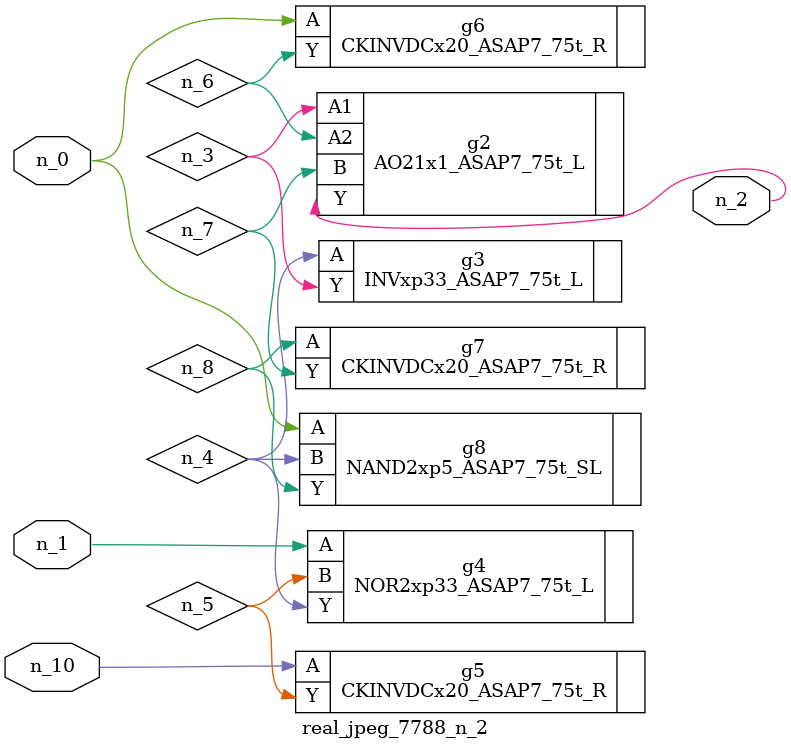
<source format=v>
module real_jpeg_7788_n_2 (n_1, n_10, n_0, n_2);

input n_1;
input n_10;
input n_0;

output n_2;

wire n_5;
wire n_4;
wire n_8;
wire n_6;
wire n_7;
wire n_3;

CKINVDCx20_ASAP7_75t_R g6 ( 
.A(n_0),
.Y(n_6)
);

NAND2xp5_ASAP7_75t_SL g8 ( 
.A(n_0),
.B(n_4),
.Y(n_8)
);

NOR2xp33_ASAP7_75t_L g4 ( 
.A(n_1),
.B(n_5),
.Y(n_4)
);

AO21x1_ASAP7_75t_L g2 ( 
.A1(n_3),
.A2(n_6),
.B(n_7),
.Y(n_2)
);

INVxp33_ASAP7_75t_L g3 ( 
.A(n_4),
.Y(n_3)
);

CKINVDCx20_ASAP7_75t_R g7 ( 
.A(n_8),
.Y(n_7)
);

CKINVDCx20_ASAP7_75t_R g5 ( 
.A(n_10),
.Y(n_5)
);


endmodule
</source>
